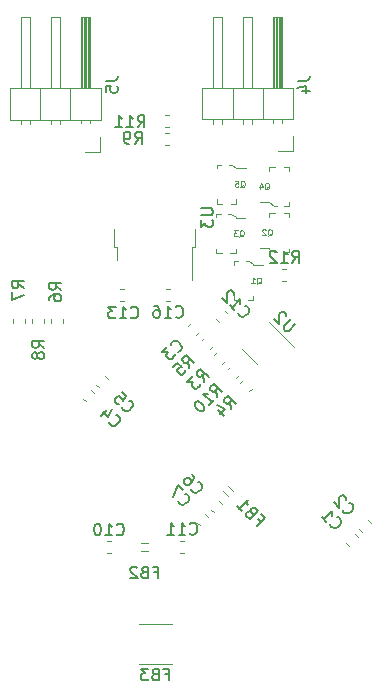
<source format=gbo>
%TF.GenerationSoftware,KiCad,Pcbnew,5.1.7*%
%TF.CreationDate,2020-10-05T22:02:55-05:00*%
%TF.ProjectId,ARC-Boat0,4152432d-426f-4617-9430-2e6b69636164,rev?*%
%TF.SameCoordinates,Original*%
%TF.FileFunction,Legend,Bot*%
%TF.FilePolarity,Positive*%
%FSLAX46Y46*%
G04 Gerber Fmt 4.6, Leading zero omitted, Abs format (unit mm)*
G04 Created by KiCad (PCBNEW 5.1.7) date 2020-10-05 22:02:55*
%MOMM*%
%LPD*%
G01*
G04 APERTURE LIST*
%ADD10C,0.120000*%
%ADD11C,0.100000*%
%ADD12C,0.150000*%
%ADD13C,0.125000*%
G04 APERTURE END LIST*
D10*
%TO.C,J5*%
X117930000Y-43610000D02*
X110190000Y-43610000D01*
X110190000Y-43610000D02*
X110190000Y-40950000D01*
X110190000Y-40950000D02*
X117930000Y-40950000D01*
X117930000Y-40950000D02*
X117930000Y-43610000D01*
X116980000Y-40950000D02*
X116980000Y-34950000D01*
X116980000Y-34950000D02*
X116220000Y-34950000D01*
X116220000Y-34950000D02*
X116220000Y-40950000D01*
X116920000Y-40950000D02*
X116920000Y-34950000D01*
X116800000Y-40950000D02*
X116800000Y-34950000D01*
X116680000Y-40950000D02*
X116680000Y-34950000D01*
X116560000Y-40950000D02*
X116560000Y-34950000D01*
X116440000Y-40950000D02*
X116440000Y-34950000D01*
X116320000Y-40950000D02*
X116320000Y-34950000D01*
X116980000Y-43940000D02*
X116980000Y-43610000D01*
X116220000Y-43940000D02*
X116220000Y-43610000D01*
X115330000Y-43610000D02*
X115330000Y-40950000D01*
X114440000Y-40950000D02*
X114440000Y-34950000D01*
X114440000Y-34950000D02*
X113680000Y-34950000D01*
X113680000Y-34950000D02*
X113680000Y-40950000D01*
X114440000Y-44007071D02*
X114440000Y-43610000D01*
X113680000Y-44007071D02*
X113680000Y-43610000D01*
X112790000Y-43610000D02*
X112790000Y-40950000D01*
X111900000Y-40950000D02*
X111900000Y-34950000D01*
X111900000Y-34950000D02*
X111140000Y-34950000D01*
X111140000Y-34950000D02*
X111140000Y-40950000D01*
X111900000Y-44007071D02*
X111900000Y-43610000D01*
X111140000Y-44007071D02*
X111140000Y-43610000D01*
X116600000Y-46320000D02*
X117870000Y-46320000D01*
X117870000Y-46320000D02*
X117870000Y-45050000D01*
%TO.C,J4*%
X134205000Y-43585000D02*
X126465000Y-43585000D01*
X126465000Y-43585000D02*
X126465000Y-40925000D01*
X126465000Y-40925000D02*
X134205000Y-40925000D01*
X134205000Y-40925000D02*
X134205000Y-43585000D01*
X133255000Y-40925000D02*
X133255000Y-34925000D01*
X133255000Y-34925000D02*
X132495000Y-34925000D01*
X132495000Y-34925000D02*
X132495000Y-40925000D01*
X133195000Y-40925000D02*
X133195000Y-34925000D01*
X133075000Y-40925000D02*
X133075000Y-34925000D01*
X132955000Y-40925000D02*
X132955000Y-34925000D01*
X132835000Y-40925000D02*
X132835000Y-34925000D01*
X132715000Y-40925000D02*
X132715000Y-34925000D01*
X132595000Y-40925000D02*
X132595000Y-34925000D01*
X133255000Y-43915000D02*
X133255000Y-43585000D01*
X132495000Y-43915000D02*
X132495000Y-43585000D01*
X131605000Y-43585000D02*
X131605000Y-40925000D01*
X130715000Y-40925000D02*
X130715000Y-34925000D01*
X130715000Y-34925000D02*
X129955000Y-34925000D01*
X129955000Y-34925000D02*
X129955000Y-40925000D01*
X130715000Y-43982071D02*
X130715000Y-43585000D01*
X129955000Y-43982071D02*
X129955000Y-43585000D01*
X129065000Y-43585000D02*
X129065000Y-40925000D01*
X128175000Y-40925000D02*
X128175000Y-34925000D01*
X128175000Y-34925000D02*
X127415000Y-34925000D01*
X127415000Y-34925000D02*
X127415000Y-40925000D01*
X128175000Y-43982071D02*
X128175000Y-43585000D01*
X127415000Y-43982071D02*
X127415000Y-43585000D01*
X132875000Y-46295000D02*
X134145000Y-46295000D01*
X134145000Y-46295000D02*
X134145000Y-45025000D01*
%TO.C,U2*%
X131122954Y-64299838D02*
X129850162Y-63027046D01*
X132127046Y-60750162D02*
X134213011Y-62836127D01*
%TO.C,R12*%
X133262221Y-57310000D02*
X133587779Y-57310000D01*
X133262221Y-56290000D02*
X133587779Y-56290000D01*
%TO.C,R11*%
X123637779Y-43190000D02*
X123312221Y-43190000D01*
X123637779Y-44210000D02*
X123312221Y-44210000D01*
%TO.C,R10*%
X129345522Y-65475727D02*
X129575727Y-65245522D01*
X128624273Y-64754478D02*
X128854478Y-64524273D01*
%TO.C,R9*%
X123637779Y-44740000D02*
X123312221Y-44740000D01*
X123637779Y-45760000D02*
X123312221Y-45760000D01*
%TO.C,R8*%
X112040000Y-60487221D02*
X112040000Y-60812779D01*
X113060000Y-60487221D02*
X113060000Y-60812779D01*
%TO.C,R7*%
X110440000Y-60487221D02*
X110440000Y-60812779D01*
X111460000Y-60487221D02*
X111460000Y-60812779D01*
%TO.C,R6*%
X114660000Y-60812779D02*
X114660000Y-60487221D01*
X113640000Y-60812779D02*
X113640000Y-60487221D01*
%TO.C,R5*%
X126654478Y-62074273D02*
X126424273Y-62304478D01*
X127375727Y-62795522D02*
X127145522Y-63025727D01*
%TO.C,R4*%
X130445522Y-66625727D02*
X130675727Y-66395522D01*
X129724273Y-65904478D02*
X129954478Y-65674273D01*
%TO.C,R3*%
X128195522Y-64275727D02*
X128425727Y-64045522D01*
X127474273Y-63554478D02*
X127704478Y-63324273D01*
%TO.C,FB3*%
X121113748Y-89710000D02*
X123886252Y-89710000D01*
X121113748Y-86290000D02*
X123886252Y-86290000D01*
%TO.C,C16*%
X123437221Y-59010000D02*
X123762779Y-59010000D01*
X123437221Y-57990000D02*
X123762779Y-57990000D01*
%TO.C,C13*%
X119850279Y-57990000D02*
X119524721Y-57990000D01*
X119850279Y-59010000D02*
X119524721Y-59010000D01*
%TO.C,C12*%
X128607574Y-60011325D02*
X128377369Y-59781120D01*
X127886325Y-60732574D02*
X127656120Y-60502369D01*
%TO.C,C11*%
X124637221Y-80310000D02*
X124962779Y-80310000D01*
X124637221Y-79290000D02*
X124962779Y-79290000D01*
%TO.C,C10*%
X118762779Y-79290000D02*
X118437221Y-79290000D01*
X118762779Y-80310000D02*
X118437221Y-80310000D01*
%TO.C,C7*%
X126024273Y-77745522D02*
X126254478Y-77975727D01*
X126745522Y-77024273D02*
X126975727Y-77254478D01*
%TO.C,C6*%
X127224273Y-76645522D02*
X127454478Y-76875727D01*
X127945522Y-75924273D02*
X128175727Y-76154478D01*
%TO.C,C5*%
X118475727Y-65554478D02*
X118245522Y-65324273D01*
X117754478Y-66275727D02*
X117524273Y-66045522D01*
%TO.C,C4*%
X117325727Y-66754478D02*
X117095522Y-66524273D01*
X116604478Y-67475727D02*
X116374273Y-67245522D01*
%TO.C,C3*%
X125995522Y-61825727D02*
X126225727Y-61595522D01*
X125274273Y-61104478D02*
X125504478Y-60874273D01*
%TO.C,C2*%
X139799273Y-78270522D02*
X140029478Y-78500727D01*
X140520522Y-77549273D02*
X140750727Y-77779478D01*
%TO.C,C1*%
X138699273Y-79445522D02*
X138929478Y-79675727D01*
X139420522Y-78724273D02*
X139650727Y-78954478D01*
%TO.C,U3*%
X119245000Y-54370000D02*
X119245000Y-55470000D01*
X118975000Y-54370000D02*
X119245000Y-54370000D01*
X118975000Y-52870000D02*
X118975000Y-54370000D01*
X125605000Y-54370000D02*
X125605000Y-57200000D01*
X125875000Y-54370000D02*
X125605000Y-54370000D01*
X125875000Y-52870000D02*
X125875000Y-54370000D01*
D11*
%TO.C,Q5*%
X128725000Y-47425000D02*
X129000000Y-47425000D01*
X129000000Y-47425000D02*
X129375000Y-47700000D01*
X129375000Y-47700000D02*
X129375000Y-47750000D01*
X129375000Y-47750000D02*
X130150000Y-47750000D01*
X128900000Y-50725000D02*
X129375000Y-50725000D01*
X129375000Y-50725000D02*
X129375000Y-50375000D01*
X127725000Y-50500000D02*
X127725000Y-50375000D01*
X127725000Y-50425000D02*
X127725000Y-50725000D01*
X127725000Y-50725000D02*
X128175000Y-50725000D01*
X128100000Y-47425000D02*
X127725000Y-47425000D01*
X127725000Y-47425000D02*
X127725000Y-47725000D01*
%TO.C,Q4*%
X132825000Y-50900000D02*
X132550000Y-50900000D01*
X132550000Y-50900000D02*
X132175000Y-50625000D01*
X132175000Y-50625000D02*
X132175000Y-50575000D01*
X132175000Y-50575000D02*
X131400000Y-50575000D01*
X132650000Y-47600000D02*
X132175000Y-47600000D01*
X132175000Y-47600000D02*
X132175000Y-47950000D01*
X133825000Y-47825000D02*
X133825000Y-47950000D01*
X133825000Y-47900000D02*
X133825000Y-47600000D01*
X133825000Y-47600000D02*
X133375000Y-47600000D01*
X133450000Y-50900000D02*
X133825000Y-50900000D01*
X133825000Y-50900000D02*
X133825000Y-50600000D01*
%TO.C,Q3*%
X128675000Y-51600000D02*
X128950000Y-51600000D01*
X128950000Y-51600000D02*
X129325000Y-51875000D01*
X129325000Y-51875000D02*
X129325000Y-51925000D01*
X129325000Y-51925000D02*
X130100000Y-51925000D01*
X128850000Y-54900000D02*
X129325000Y-54900000D01*
X129325000Y-54900000D02*
X129325000Y-54550000D01*
X127675000Y-54675000D02*
X127675000Y-54550000D01*
X127675000Y-54600000D02*
X127675000Y-54900000D01*
X127675000Y-54900000D02*
X128125000Y-54900000D01*
X128050000Y-51600000D02*
X127675000Y-51600000D01*
X127675000Y-51600000D02*
X127675000Y-51900000D01*
%TO.C,Q2*%
X132825000Y-54850000D02*
X132550000Y-54850000D01*
X132550000Y-54850000D02*
X132175000Y-54575000D01*
X132175000Y-54575000D02*
X132175000Y-54525000D01*
X132175000Y-54525000D02*
X131400000Y-54525000D01*
X132650000Y-51550000D02*
X132175000Y-51550000D01*
X132175000Y-51550000D02*
X132175000Y-51900000D01*
X133825000Y-51775000D02*
X133825000Y-51900000D01*
X133825000Y-51850000D02*
X133825000Y-51550000D01*
X133825000Y-51550000D02*
X133375000Y-51550000D01*
X133450000Y-54850000D02*
X133825000Y-54850000D01*
X133825000Y-54850000D02*
X133825000Y-54550000D01*
%TO.C,Q1*%
X130175000Y-55600000D02*
X130450000Y-55600000D01*
X130450000Y-55600000D02*
X130825000Y-55875000D01*
X130825000Y-55875000D02*
X130825000Y-55925000D01*
X130825000Y-55925000D02*
X131600000Y-55925000D01*
X130350000Y-58900000D02*
X130825000Y-58900000D01*
X130825000Y-58900000D02*
X130825000Y-58550000D01*
X129175000Y-58675000D02*
X129175000Y-58550000D01*
X129175000Y-58600000D02*
X129175000Y-58900000D01*
X129175000Y-58900000D02*
X129625000Y-58900000D01*
X129550000Y-55600000D02*
X129175000Y-55600000D01*
X129175000Y-55600000D02*
X129175000Y-55900000D01*
D10*
%TO.C,FB2*%
X121300000Y-79500000D02*
X121900000Y-79500000D01*
X121300000Y-80100000D02*
X121900000Y-80100000D01*
%TO.C,FB1*%
X128700000Y-75524264D02*
X128275736Y-75100000D01*
X129124264Y-75100000D02*
X128700000Y-74675736D01*
%TD*%
%TO.C,J5*%
D12*
X118322380Y-40331666D02*
X119036666Y-40331666D01*
X119179523Y-40284047D01*
X119274761Y-40188809D01*
X119322380Y-40045952D01*
X119322380Y-39950714D01*
X118322380Y-41284047D02*
X118322380Y-40807857D01*
X118798571Y-40760238D01*
X118750952Y-40807857D01*
X118703333Y-40903095D01*
X118703333Y-41141190D01*
X118750952Y-41236428D01*
X118798571Y-41284047D01*
X118893809Y-41331666D01*
X119131904Y-41331666D01*
X119227142Y-41284047D01*
X119274761Y-41236428D01*
X119322380Y-41141190D01*
X119322380Y-40903095D01*
X119274761Y-40807857D01*
X119227142Y-40760238D01*
%TO.C,J4*%
X134597380Y-40306666D02*
X135311666Y-40306666D01*
X135454523Y-40259047D01*
X135549761Y-40163809D01*
X135597380Y-40020952D01*
X135597380Y-39925714D01*
X134930714Y-41211428D02*
X135597380Y-41211428D01*
X134549761Y-40973333D02*
X135264047Y-40735238D01*
X135264047Y-41354285D01*
%TO.C,U2*%
X134375972Y-60901522D02*
X133803552Y-61473942D01*
X133702537Y-61507614D01*
X133635193Y-61507614D01*
X133534178Y-61473942D01*
X133399491Y-61339255D01*
X133365819Y-61238240D01*
X133365819Y-61170896D01*
X133399491Y-61069881D01*
X133971911Y-60497461D01*
X133601521Y-60261759D02*
X133601521Y-60194416D01*
X133567850Y-60093400D01*
X133399491Y-59925042D01*
X133298476Y-59891370D01*
X133231132Y-59891370D01*
X133130117Y-59925042D01*
X133062773Y-59992385D01*
X132995430Y-60127072D01*
X132995430Y-60935194D01*
X132557697Y-60497461D01*
%TO.C,R12*%
X134092857Y-55727380D02*
X134426190Y-55251190D01*
X134664285Y-55727380D02*
X134664285Y-54727380D01*
X134283333Y-54727380D01*
X134188095Y-54775000D01*
X134140476Y-54822619D01*
X134092857Y-54917857D01*
X134092857Y-55060714D01*
X134140476Y-55155952D01*
X134188095Y-55203571D01*
X134283333Y-55251190D01*
X134664285Y-55251190D01*
X133140476Y-55727380D02*
X133711904Y-55727380D01*
X133426190Y-55727380D02*
X133426190Y-54727380D01*
X133521428Y-54870238D01*
X133616666Y-54965476D01*
X133711904Y-55013095D01*
X132759523Y-54822619D02*
X132711904Y-54775000D01*
X132616666Y-54727380D01*
X132378571Y-54727380D01*
X132283333Y-54775000D01*
X132235714Y-54822619D01*
X132188095Y-54917857D01*
X132188095Y-55013095D01*
X132235714Y-55155952D01*
X132807142Y-55727380D01*
X132188095Y-55727380D01*
%TO.C,R11*%
X121017857Y-44252380D02*
X121351190Y-43776190D01*
X121589285Y-44252380D02*
X121589285Y-43252380D01*
X121208333Y-43252380D01*
X121113095Y-43300000D01*
X121065476Y-43347619D01*
X121017857Y-43442857D01*
X121017857Y-43585714D01*
X121065476Y-43680952D01*
X121113095Y-43728571D01*
X121208333Y-43776190D01*
X121589285Y-43776190D01*
X120065476Y-44252380D02*
X120636904Y-44252380D01*
X120351190Y-44252380D02*
X120351190Y-43252380D01*
X120446428Y-43395238D01*
X120541666Y-43490476D01*
X120636904Y-43538095D01*
X119113095Y-44252380D02*
X119684523Y-44252380D01*
X119398809Y-44252380D02*
X119398809Y-43252380D01*
X119494047Y-43395238D01*
X119589285Y-43490476D01*
X119684523Y-43538095D01*
%TO.C,R10*%
X127749451Y-67090312D02*
X127648436Y-66517893D01*
X128153512Y-66686251D02*
X127446405Y-65979145D01*
X127177031Y-66248519D01*
X127143359Y-66349534D01*
X127143359Y-66416877D01*
X127177031Y-66517893D01*
X127278046Y-66618908D01*
X127379062Y-66652580D01*
X127446405Y-66652580D01*
X127547420Y-66618908D01*
X127816794Y-66349534D01*
X127076016Y-67763748D02*
X127480077Y-67359687D01*
X127278046Y-67561717D02*
X126570939Y-66854610D01*
X126739298Y-66888282D01*
X126873985Y-66888282D01*
X126975001Y-66854610D01*
X125931176Y-67494374D02*
X125863833Y-67561717D01*
X125830161Y-67662732D01*
X125830161Y-67730076D01*
X125863833Y-67831091D01*
X125964848Y-67999450D01*
X126133207Y-68167809D01*
X126301565Y-68268824D01*
X126402581Y-68302496D01*
X126469924Y-68302496D01*
X126570939Y-68268824D01*
X126638283Y-68201480D01*
X126671955Y-68100465D01*
X126671955Y-68033122D01*
X126638283Y-67932106D01*
X126537268Y-67763748D01*
X126368909Y-67595389D01*
X126200550Y-67494374D01*
X126099535Y-67460702D01*
X126032191Y-67460702D01*
X125931176Y-67494374D01*
%TO.C,R9*%
X120791666Y-45652380D02*
X121125000Y-45176190D01*
X121363095Y-45652380D02*
X121363095Y-44652380D01*
X120982142Y-44652380D01*
X120886904Y-44700000D01*
X120839285Y-44747619D01*
X120791666Y-44842857D01*
X120791666Y-44985714D01*
X120839285Y-45080952D01*
X120886904Y-45128571D01*
X120982142Y-45176190D01*
X121363095Y-45176190D01*
X120315476Y-45652380D02*
X120125000Y-45652380D01*
X120029761Y-45604761D01*
X119982142Y-45557142D01*
X119886904Y-45414285D01*
X119839285Y-45223809D01*
X119839285Y-44842857D01*
X119886904Y-44747619D01*
X119934523Y-44700000D01*
X120029761Y-44652380D01*
X120220238Y-44652380D01*
X120315476Y-44700000D01*
X120363095Y-44747619D01*
X120410714Y-44842857D01*
X120410714Y-45080952D01*
X120363095Y-45176190D01*
X120315476Y-45223809D01*
X120220238Y-45271428D01*
X120029761Y-45271428D01*
X119934523Y-45223809D01*
X119886904Y-45176190D01*
X119839285Y-45080952D01*
%TO.C,R8*%
X113102380Y-62933333D02*
X112626190Y-62600000D01*
X113102380Y-62361904D02*
X112102380Y-62361904D01*
X112102380Y-62742857D01*
X112150000Y-62838095D01*
X112197619Y-62885714D01*
X112292857Y-62933333D01*
X112435714Y-62933333D01*
X112530952Y-62885714D01*
X112578571Y-62838095D01*
X112626190Y-62742857D01*
X112626190Y-62361904D01*
X112530952Y-63504761D02*
X112483333Y-63409523D01*
X112435714Y-63361904D01*
X112340476Y-63314285D01*
X112292857Y-63314285D01*
X112197619Y-63361904D01*
X112150000Y-63409523D01*
X112102380Y-63504761D01*
X112102380Y-63695238D01*
X112150000Y-63790476D01*
X112197619Y-63838095D01*
X112292857Y-63885714D01*
X112340476Y-63885714D01*
X112435714Y-63838095D01*
X112483333Y-63790476D01*
X112530952Y-63695238D01*
X112530952Y-63504761D01*
X112578571Y-63409523D01*
X112626190Y-63361904D01*
X112721428Y-63314285D01*
X112911904Y-63314285D01*
X113007142Y-63361904D01*
X113054761Y-63409523D01*
X113102380Y-63504761D01*
X113102380Y-63695238D01*
X113054761Y-63790476D01*
X113007142Y-63838095D01*
X112911904Y-63885714D01*
X112721428Y-63885714D01*
X112626190Y-63838095D01*
X112578571Y-63790476D01*
X112530952Y-63695238D01*
%TO.C,R7*%
X111402380Y-57883333D02*
X110926190Y-57550000D01*
X111402380Y-57311904D02*
X110402380Y-57311904D01*
X110402380Y-57692857D01*
X110450000Y-57788095D01*
X110497619Y-57835714D01*
X110592857Y-57883333D01*
X110735714Y-57883333D01*
X110830952Y-57835714D01*
X110878571Y-57788095D01*
X110926190Y-57692857D01*
X110926190Y-57311904D01*
X110402380Y-58216666D02*
X110402380Y-58883333D01*
X111402380Y-58454761D01*
%TO.C,R6*%
X114552380Y-58033333D02*
X114076190Y-57700000D01*
X114552380Y-57461904D02*
X113552380Y-57461904D01*
X113552380Y-57842857D01*
X113600000Y-57938095D01*
X113647619Y-57985714D01*
X113742857Y-58033333D01*
X113885714Y-58033333D01*
X113980952Y-57985714D01*
X114028571Y-57938095D01*
X114076190Y-57842857D01*
X114076190Y-57461904D01*
X113552380Y-58890476D02*
X113552380Y-58700000D01*
X113600000Y-58604761D01*
X113647619Y-58557142D01*
X113790476Y-58461904D01*
X113980952Y-58414285D01*
X114361904Y-58414285D01*
X114457142Y-58461904D01*
X114504761Y-58509523D01*
X114552380Y-58604761D01*
X114552380Y-58795238D01*
X114504761Y-58890476D01*
X114457142Y-58938095D01*
X114361904Y-58985714D01*
X114123809Y-58985714D01*
X114028571Y-58938095D01*
X113980952Y-58890476D01*
X113933333Y-58795238D01*
X113933333Y-58604761D01*
X113980952Y-58509523D01*
X114028571Y-58461904D01*
X114123809Y-58414285D01*
%TO.C,R5*%
X125387732Y-64652030D02*
X125286717Y-64079610D01*
X125791793Y-64247969D02*
X125084687Y-63540862D01*
X124815312Y-63810236D01*
X124781641Y-63911251D01*
X124781641Y-63978595D01*
X124815312Y-64079610D01*
X124916328Y-64180625D01*
X125017343Y-64214297D01*
X125084687Y-64214297D01*
X125185702Y-64180625D01*
X125455076Y-63911251D01*
X124040862Y-64584687D02*
X124377580Y-64247969D01*
X124747969Y-64551015D01*
X124680625Y-64551015D01*
X124579610Y-64584687D01*
X124411251Y-64753045D01*
X124377580Y-64854061D01*
X124377580Y-64921404D01*
X124411251Y-65022419D01*
X124579610Y-65190778D01*
X124680625Y-65224450D01*
X124747969Y-65224450D01*
X124848984Y-65190778D01*
X125017343Y-65022419D01*
X125051015Y-64921404D01*
X125051015Y-64854061D01*
%TO.C,R4*%
X128937732Y-68102029D02*
X128836717Y-67529609D01*
X129341793Y-67697968D02*
X128634687Y-66990861D01*
X128365312Y-67260235D01*
X128331641Y-67361250D01*
X128331641Y-67428594D01*
X128365312Y-67529609D01*
X128466328Y-67630624D01*
X128567343Y-67664296D01*
X128634687Y-67664296D01*
X128735702Y-67630624D01*
X129005076Y-67361250D01*
X127860236Y-68236716D02*
X128331641Y-68708121D01*
X127759221Y-67798983D02*
X128432656Y-68135701D01*
X127994923Y-68573434D01*
%TO.C,R3*%
X126612732Y-65827029D02*
X126511717Y-65254609D01*
X127016793Y-65422968D02*
X126309687Y-64715861D01*
X126040312Y-64985235D01*
X126006641Y-65086250D01*
X126006641Y-65153594D01*
X126040312Y-65254609D01*
X126141328Y-65355624D01*
X126242343Y-65389296D01*
X126309687Y-65389296D01*
X126410702Y-65355624D01*
X126680076Y-65086250D01*
X125669923Y-65355624D02*
X125232190Y-65793357D01*
X125737267Y-65827029D01*
X125636251Y-65928044D01*
X125602580Y-66029060D01*
X125602580Y-66096403D01*
X125636251Y-66197418D01*
X125804610Y-66365777D01*
X125905625Y-66399449D01*
X125972969Y-66399449D01*
X126073984Y-66365777D01*
X126276015Y-66163747D01*
X126309687Y-66062731D01*
X126309687Y-65995388D01*
%TO.C,FB3*%
X123333333Y-90578571D02*
X123666666Y-90578571D01*
X123666666Y-91102380D02*
X123666666Y-90102380D01*
X123190476Y-90102380D01*
X122476190Y-90578571D02*
X122333333Y-90626190D01*
X122285714Y-90673809D01*
X122238095Y-90769047D01*
X122238095Y-90911904D01*
X122285714Y-91007142D01*
X122333333Y-91054761D01*
X122428571Y-91102380D01*
X122809523Y-91102380D01*
X122809523Y-90102380D01*
X122476190Y-90102380D01*
X122380952Y-90150000D01*
X122333333Y-90197619D01*
X122285714Y-90292857D01*
X122285714Y-90388095D01*
X122333333Y-90483333D01*
X122380952Y-90530952D01*
X122476190Y-90578571D01*
X122809523Y-90578571D01*
X121904761Y-90102380D02*
X121285714Y-90102380D01*
X121619047Y-90483333D01*
X121476190Y-90483333D01*
X121380952Y-90530952D01*
X121333333Y-90578571D01*
X121285714Y-90673809D01*
X121285714Y-90911904D01*
X121333333Y-91007142D01*
X121380952Y-91054761D01*
X121476190Y-91102380D01*
X121761904Y-91102380D01*
X121857142Y-91054761D01*
X121904761Y-91007142D01*
%TO.C,C16*%
X124242857Y-60287142D02*
X124290476Y-60334761D01*
X124433333Y-60382380D01*
X124528571Y-60382380D01*
X124671428Y-60334761D01*
X124766666Y-60239523D01*
X124814285Y-60144285D01*
X124861904Y-59953809D01*
X124861904Y-59810952D01*
X124814285Y-59620476D01*
X124766666Y-59525238D01*
X124671428Y-59430000D01*
X124528571Y-59382380D01*
X124433333Y-59382380D01*
X124290476Y-59430000D01*
X124242857Y-59477619D01*
X123290476Y-60382380D02*
X123861904Y-60382380D01*
X123576190Y-60382380D02*
X123576190Y-59382380D01*
X123671428Y-59525238D01*
X123766666Y-59620476D01*
X123861904Y-59668095D01*
X122433333Y-59382380D02*
X122623809Y-59382380D01*
X122719047Y-59430000D01*
X122766666Y-59477619D01*
X122861904Y-59620476D01*
X122909523Y-59810952D01*
X122909523Y-60191904D01*
X122861904Y-60287142D01*
X122814285Y-60334761D01*
X122719047Y-60382380D01*
X122528571Y-60382380D01*
X122433333Y-60334761D01*
X122385714Y-60287142D01*
X122338095Y-60191904D01*
X122338095Y-59953809D01*
X122385714Y-59858571D01*
X122433333Y-59810952D01*
X122528571Y-59763333D01*
X122719047Y-59763333D01*
X122814285Y-59810952D01*
X122861904Y-59858571D01*
X122909523Y-59953809D01*
%TO.C,C13*%
X120442857Y-60357142D02*
X120490476Y-60404761D01*
X120633333Y-60452380D01*
X120728571Y-60452380D01*
X120871428Y-60404761D01*
X120966666Y-60309523D01*
X121014285Y-60214285D01*
X121061904Y-60023809D01*
X121061904Y-59880952D01*
X121014285Y-59690476D01*
X120966666Y-59595238D01*
X120871428Y-59500000D01*
X120728571Y-59452380D01*
X120633333Y-59452380D01*
X120490476Y-59500000D01*
X120442857Y-59547619D01*
X119490476Y-60452380D02*
X120061904Y-60452380D01*
X119776190Y-60452380D02*
X119776190Y-59452380D01*
X119871428Y-59595238D01*
X119966666Y-59690476D01*
X120061904Y-59738095D01*
X119157142Y-59452380D02*
X118538095Y-59452380D01*
X118871428Y-59833333D01*
X118728571Y-59833333D01*
X118633333Y-59880952D01*
X118585714Y-59928571D01*
X118538095Y-60023809D01*
X118538095Y-60261904D01*
X118585714Y-60357142D01*
X118633333Y-60404761D01*
X118728571Y-60452380D01*
X119014285Y-60452380D01*
X119109523Y-60404761D01*
X119157142Y-60357142D01*
%TO.C,C12*%
X129552030Y-59957106D02*
X129552030Y-60024450D01*
X129619374Y-60159137D01*
X129686717Y-60226480D01*
X129821404Y-60293824D01*
X129956091Y-60293824D01*
X130057106Y-60260152D01*
X130225465Y-60159137D01*
X130326480Y-60058122D01*
X130427496Y-59889763D01*
X130461167Y-59788748D01*
X130461167Y-59654061D01*
X130393824Y-59519374D01*
X130326480Y-59452030D01*
X130191793Y-59384687D01*
X130124450Y-59384687D01*
X128811251Y-59351015D02*
X129215312Y-59755076D01*
X129013282Y-59553045D02*
X129720389Y-58845938D01*
X129686717Y-59014297D01*
X129686717Y-59148984D01*
X129720389Y-59250000D01*
X129181641Y-58441877D02*
X129181641Y-58374534D01*
X129147969Y-58273519D01*
X128979610Y-58105160D01*
X128878595Y-58071488D01*
X128811251Y-58071488D01*
X128710236Y-58105160D01*
X128642893Y-58172503D01*
X128575549Y-58307190D01*
X128575549Y-59115312D01*
X128137816Y-58677580D01*
%TO.C,C11*%
X125442857Y-78657142D02*
X125490476Y-78704761D01*
X125633333Y-78752380D01*
X125728571Y-78752380D01*
X125871428Y-78704761D01*
X125966666Y-78609523D01*
X126014285Y-78514285D01*
X126061904Y-78323809D01*
X126061904Y-78180952D01*
X126014285Y-77990476D01*
X125966666Y-77895238D01*
X125871428Y-77800000D01*
X125728571Y-77752380D01*
X125633333Y-77752380D01*
X125490476Y-77800000D01*
X125442857Y-77847619D01*
X124490476Y-78752380D02*
X125061904Y-78752380D01*
X124776190Y-78752380D02*
X124776190Y-77752380D01*
X124871428Y-77895238D01*
X124966666Y-77990476D01*
X125061904Y-78038095D01*
X123538095Y-78752380D02*
X124109523Y-78752380D01*
X123823809Y-78752380D02*
X123823809Y-77752380D01*
X123919047Y-77895238D01*
X124014285Y-77990476D01*
X124109523Y-78038095D01*
%TO.C,C10*%
X119242857Y-78727142D02*
X119290476Y-78774761D01*
X119433333Y-78822380D01*
X119528571Y-78822380D01*
X119671428Y-78774761D01*
X119766666Y-78679523D01*
X119814285Y-78584285D01*
X119861904Y-78393809D01*
X119861904Y-78250952D01*
X119814285Y-78060476D01*
X119766666Y-77965238D01*
X119671428Y-77870000D01*
X119528571Y-77822380D01*
X119433333Y-77822380D01*
X119290476Y-77870000D01*
X119242857Y-77917619D01*
X118290476Y-78822380D02*
X118861904Y-78822380D01*
X118576190Y-78822380D02*
X118576190Y-77822380D01*
X118671428Y-77965238D01*
X118766666Y-78060476D01*
X118861904Y-78108095D01*
X117671428Y-77822380D02*
X117576190Y-77822380D01*
X117480952Y-77870000D01*
X117433333Y-77917619D01*
X117385714Y-78012857D01*
X117338095Y-78203333D01*
X117338095Y-78441428D01*
X117385714Y-78631904D01*
X117433333Y-78727142D01*
X117480952Y-78774761D01*
X117576190Y-78822380D01*
X117671428Y-78822380D01*
X117766666Y-78774761D01*
X117814285Y-78727142D01*
X117861904Y-78631904D01*
X117909523Y-78441428D01*
X117909523Y-78203333D01*
X117861904Y-78012857D01*
X117814285Y-77917619D01*
X117766666Y-77870000D01*
X117671428Y-77822380D01*
%TO.C,C7*%
X124465313Y-75870389D02*
X124465313Y-75937732D01*
X124532657Y-76072419D01*
X124600001Y-76139763D01*
X124734688Y-76207106D01*
X124869375Y-76207106D01*
X124970390Y-76173435D01*
X125138749Y-76072419D01*
X125239764Y-75971404D01*
X125340779Y-75803045D01*
X125374451Y-75702030D01*
X125374451Y-75567343D01*
X125307107Y-75432656D01*
X125239764Y-75365312D01*
X125105077Y-75297969D01*
X125037733Y-75297969D01*
X124869375Y-74994923D02*
X124397970Y-74523519D01*
X123993909Y-75533671D01*
%TO.C,C6*%
X125565312Y-74870390D02*
X125565312Y-74937733D01*
X125632656Y-75072420D01*
X125700000Y-75139764D01*
X125834687Y-75207107D01*
X125969374Y-75207107D01*
X126070389Y-75173436D01*
X126238748Y-75072420D01*
X126339763Y-74971405D01*
X126440778Y-74803046D01*
X126474450Y-74702031D01*
X126474450Y-74567344D01*
X126407106Y-74432657D01*
X126339763Y-74365313D01*
X126205076Y-74297970D01*
X126137732Y-74297970D01*
X125598984Y-73624535D02*
X125733671Y-73759222D01*
X125767343Y-73860237D01*
X125767343Y-73927581D01*
X125733671Y-74095939D01*
X125632656Y-74264298D01*
X125363282Y-74533672D01*
X125262267Y-74567344D01*
X125194923Y-74567344D01*
X125093908Y-74533672D01*
X124959221Y-74398985D01*
X124925549Y-74297970D01*
X124925549Y-74230626D01*
X124959221Y-74129611D01*
X125127580Y-73961252D01*
X125228595Y-73927581D01*
X125295938Y-73927581D01*
X125396954Y-73961252D01*
X125531641Y-74095939D01*
X125565312Y-74196955D01*
X125565312Y-74264298D01*
X125531641Y-74365313D01*
%TO.C,C5*%
X119715312Y-67970389D02*
X119715312Y-68037732D01*
X119782656Y-68172419D01*
X119850000Y-68239763D01*
X119984687Y-68307106D01*
X120119374Y-68307106D01*
X120220389Y-68273435D01*
X120388748Y-68172419D01*
X120489763Y-68071404D01*
X120590778Y-67903045D01*
X120624450Y-67802030D01*
X120624450Y-67667343D01*
X120557106Y-67532656D01*
X120489763Y-67465312D01*
X120355076Y-67397969D01*
X120287732Y-67397969D01*
X119715312Y-66690862D02*
X120052030Y-67027580D01*
X119748984Y-67397969D01*
X119748984Y-67330625D01*
X119715312Y-67229610D01*
X119546954Y-67061251D01*
X119445938Y-67027580D01*
X119378595Y-67027580D01*
X119277580Y-67061251D01*
X119109221Y-67229610D01*
X119075549Y-67330625D01*
X119075549Y-67397969D01*
X119109221Y-67498984D01*
X119277580Y-67667343D01*
X119378595Y-67701015D01*
X119445938Y-67701015D01*
%TO.C,C4*%
X118615311Y-69220389D02*
X118615311Y-69287732D01*
X118682655Y-69422419D01*
X118749999Y-69489763D01*
X118884686Y-69557106D01*
X119019373Y-69557106D01*
X119120388Y-69523435D01*
X119288747Y-69422419D01*
X119389762Y-69321404D01*
X119490777Y-69153045D01*
X119524449Y-69052030D01*
X119524449Y-68917343D01*
X119457105Y-68782656D01*
X119389762Y-68715312D01*
X119255075Y-68647969D01*
X119187731Y-68647969D01*
X118413281Y-68210236D02*
X117941876Y-68681641D01*
X118851014Y-68109221D02*
X118514296Y-68782656D01*
X118076563Y-68344923D01*
%TO.C,C3*%
X124395389Y-63259687D02*
X124462732Y-63259687D01*
X124597419Y-63192343D01*
X124664763Y-63125000D01*
X124732106Y-62990312D01*
X124732106Y-62855625D01*
X124698435Y-62754610D01*
X124597419Y-62586251D01*
X124496404Y-62485236D01*
X124328045Y-62384221D01*
X124227030Y-62350549D01*
X124092343Y-62350549D01*
X123957656Y-62417893D01*
X123890312Y-62485236D01*
X123822969Y-62619923D01*
X123822969Y-62687267D01*
X123519923Y-62855625D02*
X123082190Y-63293358D01*
X123587267Y-63327030D01*
X123486251Y-63428045D01*
X123452580Y-63529061D01*
X123452580Y-63596404D01*
X123486251Y-63697419D01*
X123654610Y-63865778D01*
X123755625Y-63899450D01*
X123822969Y-63899450D01*
X123923984Y-63865778D01*
X124126015Y-63663748D01*
X124159687Y-63562732D01*
X124159687Y-63495389D01*
%TO.C,C2*%
X138372545Y-76627622D02*
X138372545Y-76694965D01*
X138439889Y-76829652D01*
X138507233Y-76896996D01*
X138641920Y-76964339D01*
X138776607Y-76964339D01*
X138877622Y-76930668D01*
X139045981Y-76829652D01*
X139146996Y-76728637D01*
X139248011Y-76560278D01*
X139281683Y-76459263D01*
X139281683Y-76324576D01*
X139214339Y-76189889D01*
X139146996Y-76122545D01*
X139012309Y-76055202D01*
X138944965Y-76055202D01*
X138675591Y-75785828D02*
X138675591Y-75718484D01*
X138641920Y-75617469D01*
X138473561Y-75449110D01*
X138372545Y-75415439D01*
X138305202Y-75415439D01*
X138204187Y-75449110D01*
X138136843Y-75516454D01*
X138069500Y-75651141D01*
X138069500Y-76459263D01*
X137631767Y-76021530D01*
%TO.C,C1*%
X137334417Y-77864494D02*
X137334417Y-77931837D01*
X137401761Y-78066524D01*
X137469105Y-78133868D01*
X137603792Y-78201211D01*
X137738479Y-78201211D01*
X137839494Y-78167540D01*
X138007853Y-78066524D01*
X138108868Y-77965509D01*
X138209883Y-77797150D01*
X138243555Y-77696135D01*
X138243555Y-77561448D01*
X138176211Y-77426761D01*
X138108868Y-77359417D01*
X137974181Y-77292074D01*
X137906837Y-77292074D01*
X136593639Y-77258402D02*
X136997700Y-77662463D01*
X136795669Y-77460433D02*
X137502776Y-76753326D01*
X137469105Y-76921685D01*
X137469105Y-77056372D01*
X137502776Y-77157387D01*
%TO.C,U3*%
X126377380Y-51138095D02*
X127186904Y-51138095D01*
X127282142Y-51185714D01*
X127329761Y-51233333D01*
X127377380Y-51328571D01*
X127377380Y-51519047D01*
X127329761Y-51614285D01*
X127282142Y-51661904D01*
X127186904Y-51709523D01*
X126377380Y-51709523D01*
X126377380Y-52090476D02*
X126377380Y-52709523D01*
X126758333Y-52376190D01*
X126758333Y-52519047D01*
X126805952Y-52614285D01*
X126853571Y-52661904D01*
X126948809Y-52709523D01*
X127186904Y-52709523D01*
X127282142Y-52661904D01*
X127329761Y-52614285D01*
X127377380Y-52519047D01*
X127377380Y-52233333D01*
X127329761Y-52138095D01*
X127282142Y-52090476D01*
%TO.C,Q5*%
D13*
X129710139Y-49358969D02*
X129757758Y-49335160D01*
X129805377Y-49287540D01*
X129876805Y-49216112D01*
X129924424Y-49192302D01*
X129972043Y-49192302D01*
X129948234Y-49311350D02*
X129995853Y-49287540D01*
X130043472Y-49239921D01*
X130067281Y-49144683D01*
X130067281Y-48978017D01*
X130043472Y-48882779D01*
X129995853Y-48835160D01*
X129948234Y-48811350D01*
X129852996Y-48811350D01*
X129805377Y-48835160D01*
X129757758Y-48882779D01*
X129733948Y-48978017D01*
X129733948Y-49144683D01*
X129757758Y-49239921D01*
X129805377Y-49287540D01*
X129852996Y-49311350D01*
X129948234Y-49311350D01*
X129281567Y-48811350D02*
X129519662Y-48811350D01*
X129543472Y-49049445D01*
X129519662Y-49025636D01*
X129472043Y-49001826D01*
X129352996Y-49001826D01*
X129305377Y-49025636D01*
X129281567Y-49049445D01*
X129257758Y-49097064D01*
X129257758Y-49216112D01*
X129281567Y-49263731D01*
X129305377Y-49287540D01*
X129352996Y-49311350D01*
X129472043Y-49311350D01*
X129519662Y-49287540D01*
X129543472Y-49263731D01*
D12*
%TO.C,Q4*%
D13*
X131777619Y-49523809D02*
X131825238Y-49500000D01*
X131872857Y-49452380D01*
X131944285Y-49380952D01*
X131991904Y-49357142D01*
X132039523Y-49357142D01*
X132015714Y-49476190D02*
X132063333Y-49452380D01*
X132110952Y-49404761D01*
X132134761Y-49309523D01*
X132134761Y-49142857D01*
X132110952Y-49047619D01*
X132063333Y-49000000D01*
X132015714Y-48976190D01*
X131920476Y-48976190D01*
X131872857Y-49000000D01*
X131825238Y-49047619D01*
X131801428Y-49142857D01*
X131801428Y-49309523D01*
X131825238Y-49404761D01*
X131872857Y-49452380D01*
X131920476Y-49476190D01*
X132015714Y-49476190D01*
X131372857Y-49142857D02*
X131372857Y-49476190D01*
X131491904Y-48952380D02*
X131610952Y-49309523D01*
X131301428Y-49309523D01*
D12*
%TO.C,Q3*%
D13*
X129634739Y-53533969D02*
X129682358Y-53510160D01*
X129729977Y-53462540D01*
X129801405Y-53391112D01*
X129849024Y-53367302D01*
X129896643Y-53367302D01*
X129872834Y-53486350D02*
X129920453Y-53462540D01*
X129968072Y-53414921D01*
X129991881Y-53319683D01*
X129991881Y-53153017D01*
X129968072Y-53057779D01*
X129920453Y-53010160D01*
X129872834Y-52986350D01*
X129777596Y-52986350D01*
X129729977Y-53010160D01*
X129682358Y-53057779D01*
X129658548Y-53153017D01*
X129658548Y-53319683D01*
X129682358Y-53414921D01*
X129729977Y-53462540D01*
X129777596Y-53486350D01*
X129872834Y-53486350D01*
X129491881Y-52986350D02*
X129182358Y-52986350D01*
X129349024Y-53176826D01*
X129277596Y-53176826D01*
X129229977Y-53200636D01*
X129206167Y-53224445D01*
X129182358Y-53272064D01*
X129182358Y-53391112D01*
X129206167Y-53438731D01*
X129229977Y-53462540D01*
X129277596Y-53486350D01*
X129420453Y-53486350D01*
X129468072Y-53462540D01*
X129491881Y-53438731D01*
D12*
%TO.C,Q2*%
D13*
X132026539Y-53453489D02*
X132074158Y-53429680D01*
X132121777Y-53382060D01*
X132193205Y-53310632D01*
X132240824Y-53286822D01*
X132288443Y-53286822D01*
X132264634Y-53405870D02*
X132312253Y-53382060D01*
X132359872Y-53334441D01*
X132383681Y-53239203D01*
X132383681Y-53072537D01*
X132359872Y-52977299D01*
X132312253Y-52929680D01*
X132264634Y-52905870D01*
X132169396Y-52905870D01*
X132121777Y-52929680D01*
X132074158Y-52977299D01*
X132050348Y-53072537D01*
X132050348Y-53239203D01*
X132074158Y-53334441D01*
X132121777Y-53382060D01*
X132169396Y-53405870D01*
X132264634Y-53405870D01*
X131859872Y-52953489D02*
X131836062Y-52929680D01*
X131788443Y-52905870D01*
X131669396Y-52905870D01*
X131621777Y-52929680D01*
X131597967Y-52953489D01*
X131574158Y-53001108D01*
X131574158Y-53048727D01*
X131597967Y-53120156D01*
X131883681Y-53405870D01*
X131574158Y-53405870D01*
D12*
%TO.C,Q1*%
D13*
X131094099Y-57539049D02*
X131141718Y-57515240D01*
X131189337Y-57467620D01*
X131260765Y-57396192D01*
X131308384Y-57372382D01*
X131356003Y-57372382D01*
X131332194Y-57491430D02*
X131379813Y-57467620D01*
X131427432Y-57420001D01*
X131451241Y-57324763D01*
X131451241Y-57158097D01*
X131427432Y-57062859D01*
X131379813Y-57015240D01*
X131332194Y-56991430D01*
X131236956Y-56991430D01*
X131189337Y-57015240D01*
X131141718Y-57062859D01*
X131117908Y-57158097D01*
X131117908Y-57324763D01*
X131141718Y-57420001D01*
X131189337Y-57467620D01*
X131236956Y-57491430D01*
X131332194Y-57491430D01*
X130641718Y-57491430D02*
X130927432Y-57491430D01*
X130784575Y-57491430D02*
X130784575Y-56991430D01*
X130832194Y-57062859D01*
X130879813Y-57110478D01*
X130927432Y-57134287D01*
D12*
%TO.C,FB2*%
X122433333Y-81928571D02*
X122766666Y-81928571D01*
X122766666Y-82452380D02*
X122766666Y-81452380D01*
X122290476Y-81452380D01*
X121576190Y-81928571D02*
X121433333Y-81976190D01*
X121385714Y-82023809D01*
X121338095Y-82119047D01*
X121338095Y-82261904D01*
X121385714Y-82357142D01*
X121433333Y-82404761D01*
X121528571Y-82452380D01*
X121909523Y-82452380D01*
X121909523Y-81452380D01*
X121576190Y-81452380D01*
X121480952Y-81500000D01*
X121433333Y-81547619D01*
X121385714Y-81642857D01*
X121385714Y-81738095D01*
X121433333Y-81833333D01*
X121480952Y-81880952D01*
X121576190Y-81928571D01*
X121909523Y-81928571D01*
X120957142Y-81547619D02*
X120909523Y-81500000D01*
X120814285Y-81452380D01*
X120576190Y-81452380D01*
X120480952Y-81500000D01*
X120433333Y-81547619D01*
X120385714Y-81642857D01*
X120385714Y-81738095D01*
X120433333Y-81880952D01*
X121004761Y-82452380D01*
X120385714Y-82452380D01*
%TO.C,FB1*%
X131239763Y-77438748D02*
X131475465Y-77674450D01*
X131105076Y-78044839D02*
X131812183Y-77337732D01*
X131475465Y-77001015D01*
X130633671Y-76832656D02*
X130498984Y-76765312D01*
X130431641Y-76765312D01*
X130330625Y-76798984D01*
X130229610Y-76900000D01*
X130195938Y-77001015D01*
X130195938Y-77068358D01*
X130229610Y-77169374D01*
X130498984Y-77438748D01*
X131206091Y-76731641D01*
X130970389Y-76495938D01*
X130869374Y-76462267D01*
X130802030Y-76462267D01*
X130701015Y-76495938D01*
X130633671Y-76563282D01*
X130600000Y-76664297D01*
X130599999Y-76731641D01*
X130633671Y-76832656D01*
X130869374Y-77068358D01*
X129421488Y-76361251D02*
X129825549Y-76765312D01*
X129623519Y-76563282D02*
X130330625Y-75856175D01*
X130296954Y-76024534D01*
X130296954Y-76159221D01*
X130330625Y-76260236D01*
%TD*%
M02*

</source>
